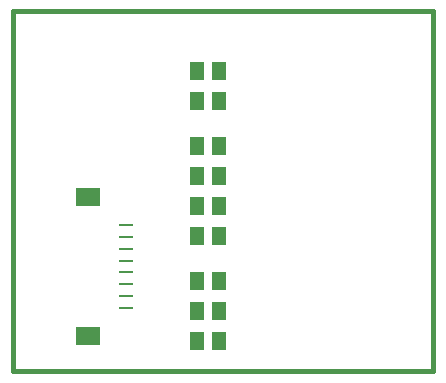
<source format=gtp>
G75*
%MOIN*%
%OFA0B0*%
%FSLAX25Y25*%
%IPPOS*%
%LPD*%
%AMOC8*
5,1,8,0,0,1.08239X$1,22.5*
%
%ADD10C,0.01600*%
%ADD11R,0.05118X0.05906*%
%ADD12R,0.04921X0.00984*%
%ADD13R,0.08071X0.06496*%
D10*
X0001800Y0001800D02*
X0141800Y0001800D01*
X0141800Y0121800D01*
X0001800Y0121800D01*
X0001800Y0001800D01*
D11*
X0063060Y0011800D03*
X0070540Y0011800D03*
X0070540Y0021800D03*
X0063060Y0021800D03*
X0063060Y0031800D03*
X0070540Y0031800D03*
X0070540Y0046800D03*
X0063060Y0046800D03*
X0063060Y0056800D03*
X0070540Y0056800D03*
X0070540Y0066800D03*
X0063060Y0066800D03*
X0063060Y0076800D03*
X0070540Y0076800D03*
X0070540Y0091800D03*
X0063060Y0091800D03*
X0063060Y0101800D03*
X0070540Y0101800D03*
D12*
X0039595Y0050580D03*
X0039595Y0046643D03*
X0039595Y0042706D03*
X0039595Y0038769D03*
X0039595Y0034831D03*
X0039595Y0030894D03*
X0039595Y0026957D03*
X0039595Y0023020D03*
D13*
X0026800Y0013572D03*
X0026800Y0060028D03*
M02*

</source>
